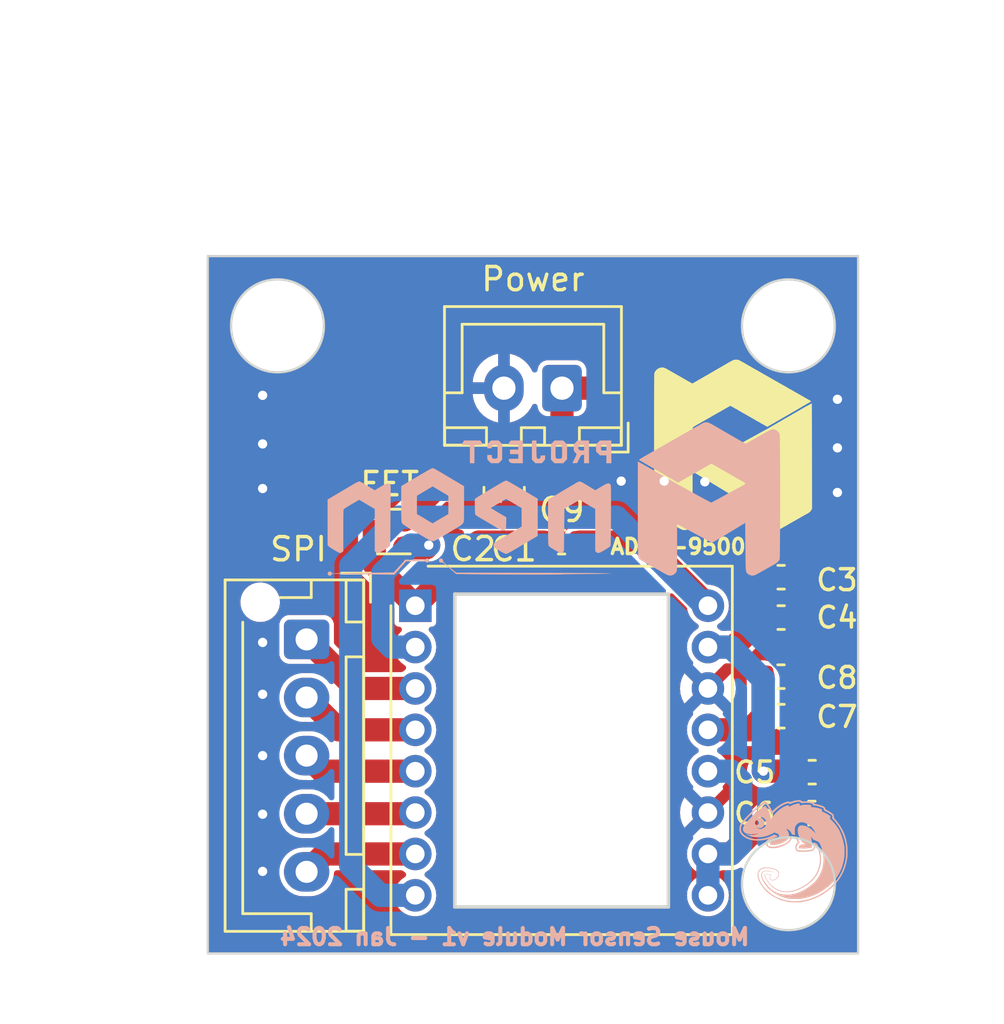
<source format=kicad_pcb>
(kicad_pcb (version 20221018) (generator pcbnew)
  (layers (0 "F.Cu" signal) (31 "B.Cu" signal) (34 "B.Paste" user) (35 "F.Paste" user) (36 "B.SilkS" user "B.Silkscreen") (37 "F.SilkS" user "F.Silkscreen") (38 "B.Mask" user) (39 "F.Mask" user) (44 "Edge.Cuts" user))
  (net 0 "")
  (net 1 "3V3")
  (net 2 "GND")
  (net 3 "Net-(U1-REFA)")
  (net 4 "Net-(Q1-D)")
  (net 5 "Net-(U1--VCSEL)")
  (net 6 "SCLK")
  (net 7 "MISO")
  (net 8 "MOSI")
  (net 9 "NCS")
  (net 10 "MOTION")
  (net 11 "Net-(Q1-G)")
  (footprint "ADNS9800Footprint:ADNS-9800" (layer "F.Cu") (at 108.934 115.04)
    (fp_text reference "ADNS-9500" (at 11.316 -2.54 180) (layer "F.SilkS") (effects (font (size 0.65 0.65))))
    (fp_text value "ADNS-9500" hide)
    (fp_line (start 1.7 -0.5) (end 10.9 -0.5) (stroke (width 0.15)) (layer "Edge.Cuts"))
    (fp_line (start 1.7 12.96) (end 1.7 -0.5) (stroke (width 0.15)) (layer "Edge.Cuts"))
    (fp_line (start 10.9 -0.5) (end 10.9 12.96) (stroke (width 0.15)) (layer "Edge.Cuts"))
    (fp_line (start 10.9 12.96) (end 1.7 12.96) (stroke (width 0.15)) (layer "Edge.Cuts"))
    (pad "1" thru_hole rect (at 0 0) (size 1.4 1.4) (drill 0.8) (layers "*.Cu" "*.Mask") (net 4 "Net-(Q1-D)"))
    (pad "2" thru_hole circle (at 0 1.78) (size 1.4 1.4) (drill 0.8) (layers "*.Cu" "*.Mask") (net 11 "Net-(Q1-G)"))
    (pad "3" thru_hole circle (at 0 3.56) (size 1.4 1.4) (drill 0.8) (layers "*.Cu" "*.Mask") (net 9 "NCS"))
    (pad "4" thru_hole circle (at 0 5.34) (size 1.4 1.4) (drill 0.8) (layers "*.Cu" "*.Mask") (net 7 "MISO"))
    (pad "5" thru_hole circle (at 0 7.12) (size 1.4 1.4) (drill 0.8) (layers "*.Cu" "*.Mask") (net 6 "SCLK"))
    (pad "6" thru_hole circle (at 0 8.9) (size 1.4 1.4) (drill 0.8) (layers "*.Cu" "*.Mask") (net 8 "MOSI"))
    (pad "7" thru_hole circle (at 0 10.68) (size 1.4 1.4) (drill 0.8) (layers "*.Cu" "*.Mask") (net 10 "MOTION"))
    (pad "8" thru_hole circle (at 0 12.46) (size 1.4 1.4) (drill 0.8) (layers "*.Cu" "*.Mask") (net 5 "Net-(U1--VCSEL)"))
    (pad "9" thru_hole circle (at 12.6 12.46) (size 1.4 1.4) (drill 0.8) (layers "*.Cu" "*.Mask") (net 1 "3V3"))
    (pad "10" thru_hole circle (at 12.6 10.68) (size 1.4 1.4) (drill 0.8) (layers "*.Cu" "*.Mask") (net 1 "3V3"))
    (pad "11" thru_hole circle (at 12.6 8.9) (size 1.4 1.4) (drill 0.8) (layers "*.Cu" "*.Mask") (net 2 "GND"))
    (pad "12" thru_hole circle (at 12.6 7.12) (size 1.4 1.4) (drill 0.8) (layers "*.Cu" "*.Mask") (net 1 "3V3"))
    (pad "13" thru_hole circle (at 12.6 5.34) (size 1.4 1.4) (drill 0.8) (layers "*.Cu" "*.Mask") (net 3 "Net-(U1-REFA)"))
    (pad "14" thru_hole circle (at 12.6 3.56) (size 1.4 1.4) (drill 0.8) (layers "*.Cu" "*.Mask") (net 2 "GND"))
    (pad "15" thru_hole circle (at 12.6 1.78) (size 1.4 1.4) (drill 0.8) (layers "*.Cu" "*.Mask") (net 1 "3V3"))
    (pad "16" thru_hole circle (at 12.6 0) (size 1.4 1.4) (drill 0.8) (layers "*.Cu" "*.Mask") (net 5 "Net-(U1--VCSEL)"))
  )
  (footprint "Capacitor_SMD:C_0603_1608Metric" (layer "F.Cu") (at 126.023 122.202)
    (fp_text reference "C5" (at -2.475 0.01) (layer "F.SilkS") (effects (font (size 0.9 0.9))))
    (fp_text value "100nF" hide)
    (pad "1" smd roundrect (at -0.775 0) (size 0.9 0.95) (layers "F.Cu" "F.Paste" "F.Mask") (net 1 "3V3"))
    (pad "2" smd roundrect (at 0.775 0) (size 0.9 0.95) (layers "F.Cu" "F.Paste" "F.Mask") (net 2 "GND"))
  )
  (footprint "Capacitor_SMD:C_0603_1608Metric" (layer "F.Cu") (at 111.38 110.085 -90)
    (fp_text reference "C2" (at 2.518 -0.047) (layer "F.SilkS"))
    (fp_text value "1uF" hide)
    (pad "1" smd roundrect (at -0.775 0 270) (size 0.9 0.95) (layers "F.Cu" "F.Paste" "F.Mask") (net 1 "3V3"))
    (pad "2" smd roundrect (at 0.775 0 270) (size 0.9 0.95) (layers "F.Cu" "F.Paste" "F.Mask") (net 2 "GND"))
  )
  (footprint "Connector_JST:JST_XH_B5B-XH-AM_1x05_P2.50mm_Vertical" (layer "F.Cu") (at 104.254 116.49 -90)
    (fp_text reference "SPI" (at -3.88 0.35) (layer "F.SilkS"))
    (fp_text value "SPI + Motion" hide)
    (pad "" np_thru_hole circle (at -1.6 2 270) (size 1.2 1.2) (drill 1.2) (layers "*.Cu" "*.Mask"))
    (pad "1" thru_hole roundrect (at 0 0 270) (size 1.7 1.95) (drill 0.95) (layers "*.Cu" "*.Mask") (roundrect_rratio 0.147059) (net 9 "NCS"))
    (pad "2" thru_hole oval (at 2.5 0 270) (size 1.7 1.95) (drill 0.95) (layers "*.Cu" "*.Mask") (net 7 "MISO"))
    (pad "3" thru_hole oval (at 5 0 270) (size 1.7 1.95) (drill 0.95) (layers "*.Cu" "*.Mask") (net 6 "SCLK"))
    (pad "4" thru_hole oval (at 7.5 0 270) (size 1.7 1.95) (drill 0.95) (layers "*.Cu" "*.Mask") (net 8 "MOSI"))
    (pad "5" thru_hole oval (at 10 0 270) (size 1.7 1.95) (drill 0.95) (layers "*.Cu" "*.Mask") (net 10 "MOTION"))
  )
  (footprint "Connector_JST:JST_XH_B2B-XH-A_1x02_P2.50mm_Vertical" (layer "F.Cu") (at 115.25 105.681 180)
    (fp_text reference "Power" (at 1.25 4.69) (layer "F.SilkS"))
    (fp_text value "Power supply" hide)
    (pad "1" thru_hole roundrect (at 0 0 180) (size 1.7 2) (drill 1) (layers "*.Cu" "*.Mask") (roundrect_rratio 0.147059) (net 1 "3V3"))
    (pad "2" thru_hole oval (at 2.5 0 180) (size 1.7 2) (drill 1) (layers "*.Cu" "*.Mask") (net 2 "GND"))
  )
  (footprint "Capacitor_SMD:C_0603_1608Metric" (layer "F.Cu") (at 126.01 123.96)
    (fp_text reference "C6" (at -2.462 0.03) (layer "F.SilkS") (effects (font (size 0.9 0.9))))
    (fp_text value "10uF" hide)
    (pad "1" smd roundrect (at -0.775 0) (size 0.9 0.95) (layers "F.Cu" "F.Paste" "F.Mask") (net 1 "3V3"))
    (pad "2" smd roundrect (at 0.775 0) (size 0.9 0.95) (layers "F.Cu" "F.Paste" "F.Mask") (net 2 "GND"))
  )
  (footprint "Capacitor_SMD:C_0603_1608Metric" (layer "F.Cu") (at 124.687 115.55)
    (fp_text reference "C4" (at 2.403 0) (layer "F.SilkS") (effects (font (size 0.9 0.9))))
    (fp_text value "3.3uF" hide)
    (pad "1" smd roundrect (at -0.775 0) (size 0.9 0.95) (layers "F.Cu" "F.Paste" "F.Mask") (net 1 "3V3"))
    (pad "2" smd roundrect (at 0.775 0) (size 0.9 0.95) (layers "F.Cu" "F.Paste" "F.Mask") (net 2 "GND"))
  )
  (footprint "Logos:N-neon-logo-7mm" (layer "F.Cu") (at 122.62 108.1)
    (fp_text reference "G***" hide)
    (fp_text value "LOGO" hide)
  )
  (footprint "Capacitor_SMD:C_0603_1608Metric" (layer "F.Cu") (at 124.681 119.793)
    (fp_text reference "C7" (at 2.409 0.03) (layer "F.SilkS") (effects (font (size 0.9 0.9))))
    (fp_text value "100nF" hide)
    (pad "1" smd roundrect (at -0.775 0) (size 0.9 0.95) (layers "F.Cu" "F.Paste" "F.Mask") (net 3 "Net-(U1-REFA)"))
    (pad "2" smd roundrect (at 0.775 0) (size 0.9 0.95) (layers "F.Cu" "F.Paste" "F.Mask") (net 2 "GND"))
  )
  (footprint "Capacitor_SMD:C_0603_1608Metric" (layer "F.Cu") (at 124.687 113.815)
    (fp_text reference "C3" (at 2.403 0.125) (layer "F.SilkS") (effects (font (size 0.9 0.9))))
    (fp_text value "100nF" hide)
    (pad "1" smd roundrect (at -0.775 0) (size 0.9 0.95) (layers "F.Cu" "F.Paste" "F.Mask") (net 1 "3V3"))
    (pad "2" smd roundrect (at 0.775 0) (size 0.9 0.95) (layers "F.Cu" "F.Paste" "F.Mask") (net 2 "GND"))
  )
  (footprint "Capacitor_SMD:C_0603_1608Metric" (layer "F.Cu") (at 115.234 112.305)
    (fp_text reference "C9" (at 0.01 -1.385) (layer "F.SilkS"))
    (fp_text value "470pF" hide)
    (pad "1" smd roundrect (at -0.775 0) (size 0.9 0.95) (layers "F.Cu" "F.Paste" "F.Mask") (net 4 "Net-(Q1-D)"))
    (pad "2" smd roundrect (at 0.775 0) (size 0.9 0.95) (layers "F.Cu" "F.Paste" "F.Mask") (net 5 "Net-(U1--VCSEL)"))
  )
  (footprint "Capacitor_SMD:C_0603_1608Metric" (layer "F.Cu") (at 113.12 110.085 -90)
    (fp_text reference "C1" (at 2.531 -0.06) (layer "F.SilkS"))
    (fp_text value "100nF" hide)
    (pad "1" smd roundrect (at -0.775 0 270) (size 0.9 0.95) (layers "F.Cu" "F.Paste" "F.Mask") (net 1 "3V3"))
    (pad "2" smd roundrect (at 0.775 0 270) (size 0.9 0.95) (layers "F.Cu" "F.Paste" "F.Mask") (net 2 "GND"))
  )
  (footprint "Capacitor_SMD:C_0603_1608Metric" (layer "F.Cu") (at 124.681 118.093)
    (fp_text reference "C8" (at 2.409 0.05) (layer "F.SilkS") (effects (font (size 0.9 0.9))))
    (fp_text value "10uF" hide)
    (pad "1" smd roundrect (at -0.775 0) (size 0.9 0.95) (layers "F.Cu" "F.Paste" "F.Mask") (net 3 "Net-(U1-REFA)"))
    (pad "2" smd roundrect (at 0.775 0) (size 0.9 0.95) (layers "F.Cu" "F.Paste" "F.Mask") (net 2 "GND"))
  )
  (footprint "Package_TO_SOT_SMD:SOT-416" (layer "F.Cu") (at 107.82 111.85 180)
    (fp_text reference "FET" (at -0.01 2.04) (layer "F.SilkS"))
    (fp_text value "NTA4151PT1G " hide)
    (pad "1" smd rect (at -0.65 -0.5 180) (size 0.6 0.5) (layers "F.Cu" "F.Paste" "F.Mask") (net 11 "Net-(Q1-G)"))
    (pad "2" smd rect (at -0.65 0.5 180) (size 0.6 0.5) (layers "F.Cu" "F.Paste" "F.Mask") (net 1 "3V3"))
    (pad "3" smd rect (at 0.65 0 180) (size 0.6 0.5) (layers "F.Cu" "F.Paste" "F.Mask") (net 4 "Net-(Q1-D)"))
  )
  (footprint "Logos:neon-logo-vertical-20mm" (layer "B.Cu") (at 114.881907 110.603456 180)
    (fp_text reference "G***" hide)
    (fp_text value "LOGO" hide)
  )
  (footprint "Logos:Camaneon-preto-e-branco-5mm" (layer "B.Cu") (at 125.2 125.6 180)
    (fp_text reference "G***" hide)
    (fp_text value "LOGO" hide)
  )
  (gr_line (start 128 100) (end 128 130) (stroke (width 0.1)) (layer "Edge.Cuts"))
  (gr_line (start 100 130) (end 100 100) (stroke (width 0.1)) (layer "Edge.Cuts"))
  (gr_circle (center 103 103) (end 105 103) (stroke (width 0.1)) (fill none) (layer "Edge.Cuts"))
  (gr_line (start 100 100) (end 128 100) (stroke (width 0.1)) (layer "Edge.Cuts"))
  (gr_line (start 128 130) (end 100 130) (stroke (width 0.1)) (layer "Edge.Cuts"))
  (gr_circle (center 125 103) (end 127 103) (stroke (width 0.1)) (fill none) (layer "Edge.Cuts"))
  (gr_circle (center 125 127) (end 127 127) (stroke (width 0.1)) (fill none) (layer "Edge.Cuts"))
  (gr_text "Mouse Sensor Module v1 - Jan 2024" (at 123.41 129.7) (layer "B.SilkS") (effects (font (size 0.7 0.7) (thickness 0.175) bold) (justify left bottom mirror)))
  (segment (start 123.952 122.19) (end 123.919 122.157) (width 1) (layer "F.Cu") (net 1))
  (segment (start 111.38 109.31) (end 110.51 109.31) (width 1) (layer "F.Cu") (net 1))
  (segment (start 125.53 123.935) (end 125.517 123.948) (width 1) (layer "F.Cu") (net 1))
  (segment (start 122.642 116.82) (end 121.534 116.82) (width 1) (layer "F.Cu") (net 1))
  (segment (start 121.534 122.16) (end 121.733899 122.16) (width 1) (layer "F.Cu") (net 1))
  (segment (start 110.51 109.31) (end 108.47 111.35) (width 1) (layer "F.Cu") (net 1))
  (segment (start 123.932 113.795) (end 123.912 113.815) (width 1) (layer "F.Cu") (net 1))
  (segment (start 115.25 107.18) (end 113.12 109.31) (width 1) (layer "F.Cu") (net 1))
  (segment (start 124.283949 123.96) (end 122.523949 125.72) (width 1) (layer "F.Cu") (net 1))
  (segment (start 123.912 113.815) (end 123.912 115.55) (width 1) (layer "F.Cu") (net 1))
  (segment (start 123.919 122.157) (end 125.203 122.157) (width 1) (layer "F.Cu") (net 1))
  (segment (start 121.537 122.157) (end 121.534 122.16) (width 1) (layer "F.Cu") (net 1))
  (segment (start 123.912 115.55) (end 122.642 116.82) (width 1) (layer "F.Cu") (net 1))
  (segment (start 123.932 106.917) (end 123.932 113.795) (width 1) (layer "F.Cu") (net 1))
  (segment (start 125.248 123.947) (end 125.235 123.96) (width 1) (layer "F.Cu") (net 1))
  (segment (start 115.25 105.681) (end 122.696 105.681) (width 1) (layer "F.Cu") (net 1))
  (segment (start 113.12 109.31) (end 111.38 109.31) (width 1) (layer "F.Cu") (net 1))
  (segment (start 122.523949 125.72) (end 121.534 125.72) (width 1) (layer "F.Cu") (net 1))
  (segment (start 125.248 122.202) (end 125.248 123.947) (width 1) (layer "F.Cu") (net 1))
  (segment (start 125.203 122.157) (end 125.248 122.202) (width 1) (layer "F.Cu") (net 1))
  (segment (start 115.25 105.681) (end 115.25 107.18) (width 1) (layer "F.Cu") (net 1))
  (segment (start 125.235 123.96) (end 124.283949 123.96) (width 1) (layer "F.Cu") (net 1))
  (segment (start 122.696 105.681) (end 123.932 106.917) (width 1) (layer "F.Cu") (net 1))
  (via (at 123.919 122.157) (size 0.8) (drill 0.4) (layers "F.Cu" "B.Cu") (net 1))
  (segment (start 122.523949 122.16) (end 122.946034 122.582085) (width 1) (layer "B.Cu") (net 1))
  (segment (start 122.523949 125.72) (end 121.534 125.72) (width 1) (layer "B.Cu") (net 1))
  (segment (start 123.919 118.215051) (end 123.919 122.157) (width 1) (layer "B.Cu") (net 1))
  (segment (start 122.523949 116.82) (end 123.919 118.215051) (width 1) (layer "B.Cu") (net 1))
  (segment (start 122.946034 122.582085) (end 122.946034 125.297915) (width 1) (layer "B.Cu") (net 1))
  (segment (start 121.534 125.72) (end 121.534 127.5) (width 1) (layer "B.Cu") (net 1))
  (segment (start 121.534 116.82) (end 122.523949 116.82) (width 1) (layer "B.Cu") (net 1))
  (segment (start 121.534 122.16) (end 122.523949 122.16) (width 1) (layer "B.Cu") (net 1))
  (segment (start 122.946034 125.297915) (end 122.523949 125.72) (width 1) (layer "B.Cu") (net 1))
  (via (at 127.11 108.25) (size 0.8) (drill 0.4) (layers "F.Cu" "B.Cu") (net 2))
  (via (at 102.36 110) (size 0.8) (drill 0.4) (layers "F.Cu" "B.Cu") (net 2))
  (via (at 102.36 118.85) (size 0.8) (drill 0.4) (layers "F.Cu" "B.Cu") (net 2))
  (via (at 119.65 109.68) (size 0.8) (drill 0.4) (layers "F.Cu" "B.Cu") (net 2))
  (via (at 102.36 126.47) (size 0.8) (drill 0.4) (layers "F.Cu" "B.Cu") (net 2))
  (via (at 102.36 124.01) (size 0.8) (drill 0.4) (layers "F.Cu" "B.Cu") (net 2))
  (via (at 102.36 121.49) (size 0.8) (drill 0.4) (layers "F.Cu" "B.Cu") (net 2))
  (via (at 102.36 105.99) (size 0.8) (drill 0.4) (layers "F.Cu" "B.Cu") (net 2))
  (via (at 117.8 109.68) (size 0.8) (drill 0.4) (layers "F.Cu" "B.Cu") (net 2))
  (via (at 102.36 108.08) (size 0.8) (drill 0.4) (layers "F.Cu" "B.Cu") (net 2))
  (via (at 102.36 116.62) (size 0.8) (drill 0.4) (layers "F.Cu" "B.Cu") (net 2))
  (via (at 127.11 106.16) (size 0.8) (drill 0.4) (layers "F.Cu" "B.Cu") (net 2))
  (via (at 127.11 110.17) (size 0.8) (drill 0.4) (layers "F.Cu" "B.Cu") (net 2))
  (via (at 121.4 109.71) (size 0.8) (drill 0.4) (layers "F.Cu" "B.Cu") (net 2))
  (segment (start 123.319 120.38) (end 123.906 119.793) (width 1) (layer "F.Cu") (net 3))
  (segment (start 123.906 119.793) (end 123.906 118.093) (width 1) (layer "F.Cu") (net 3))
  (segment (start 121.534 120.38) (end 123.319 120.38) (width 1) (layer "F.Cu") (net 3))
  (segment (start 108.934 115.04) (end 111.669 112.305) (width 1) (layer "F.Cu") (net 4))
  (segment (start 111.669 112.305) (end 114.459 112.305) (width 1) (layer "F.Cu") (net 4))
  (segment (start 107.17 111.85) (end 107.17 113.276) (width 1) (layer "F.Cu") (net 4))
  (segment (start 107.17 113.276) (end 108.934 115.04) (width 1) (layer "F.Cu") (net 4))
  (segment (start 118.799 112.305) (end 121.534 115.04) (width 1) (layer "F.Cu") (net 5))
  (segment (start 116.009 112.305) (end 118.799 112.305) (width 1) (layer "F.Cu") (net 5))
  (segment (start 121.397 115.04) (end 117.5915 111.2345) (width 1) (layer "B.Cu") (net 5))
  (segment (start 106.152 113.324944) (end 106.152 126.221) (width 1) (layer "B.Cu") (net 5))
  (segment (start 121.534 115.04) (end 121.397 115.04) (width 1) (layer "B.Cu") (net 5))
  (segment (start 117.5915 111.2345) (end 108.242444 111.2345) (width 1) (layer "B.Cu") (net 5))
  (segment (start 106.152 126.221) (end 107.431 127.5) (width 1) (layer "B.Cu") (net 5))
  (segment (start 108.242444 111.2345) (end 106.152 113.324944) (width 1) (layer "B.Cu") (net 5))
  (segment (start 107.431 127.5) (end 108.934 127.5) (width 1) (layer "B.Cu") (net 5))
  (segment (start 104.924 122.16) (end 108.934 122.16) (width 1) (layer "F.Cu") (net 6))
  (segment (start 104.254 121.49) (end 104.924 122.16) (width 1) (layer "F.Cu") (net 6))
  (segment (start 104.254 118.99) (end 105.644 120.38) (width 1) (layer "F.Cu") (net 7))
  (segment (start 105.644 120.38) (end 108.934 120.38) (width 1) (layer "F.Cu") (net 7))
  (segment (start 104.254 123.99) (end 108.884 123.99) (width 1) (layer "F.Cu") (net 8))
  (segment (start 108.884 123.99) (end 108.934 123.94) (width 1) (layer "F.Cu") (net 8))
  (segment (start 104.254 116.49) (end 106.364 118.6) (width 1) (layer "F.Cu") (net 9))
  (segment (start 106.364 118.6) (end 108.934 118.6) (width 1) (layer "F.Cu") (net 9))
  (segment (start 105.024 125.72) (end 108.934 125.72) (width 1) (layer "F.Cu") (net 10))
  (segment (start 104.254 126.49) (end 105.024 125.72) (width 1) (layer "F.Cu") (net 10))
  (segment (start 109.3985 112.55) (end 108.47 112.55) (width 1) (layer "F.Cu") (net 11))
  (segment (start 109.514 112.4345) (end 109.3985 112.55) (width 1) (layer "F.Cu") (net 11))
  (via (at 109.514 112.4345) (size 0.8) (drill 0.4) (layers "F.Cu" "B.Cu") (net 11))
  (segment (start 107.534 116.44) (end 107.534 113.64) (width 1) (layer "B.Cu") (net 11))
  (segment (start 107.534 113.64) (end 108.7395 112.4345) (width 1) (layer "B.Cu") (net 11))
  (segment (start 108.7395 112.4345) (end 109.514 112.4345) (width 1) (layer "B.Cu") (net 11))
  (segment (start 108.934 116.82) (end 107.914 116.82) (width 1) (layer "B.Cu") (net 11))
  (segment (start 107.914 116.82) (end 107.534 116.44) (width 1) (layer "B.Cu") (net 11))
  (zone (net 2) (net_name "GND") (layers "F&B.Cu") (name "GND") (connect_pads (clearance 0)) (min_thickness 0.25) (fill yes (thermal_gap 0.5) (thermal_bridge_width 0.5))
    (polygon (pts (xy 99.06 99.06) (xy 129.582 99.06) (xy 129.582 133.032) (xy 99.06 133.032)))
  )
)
</source>
